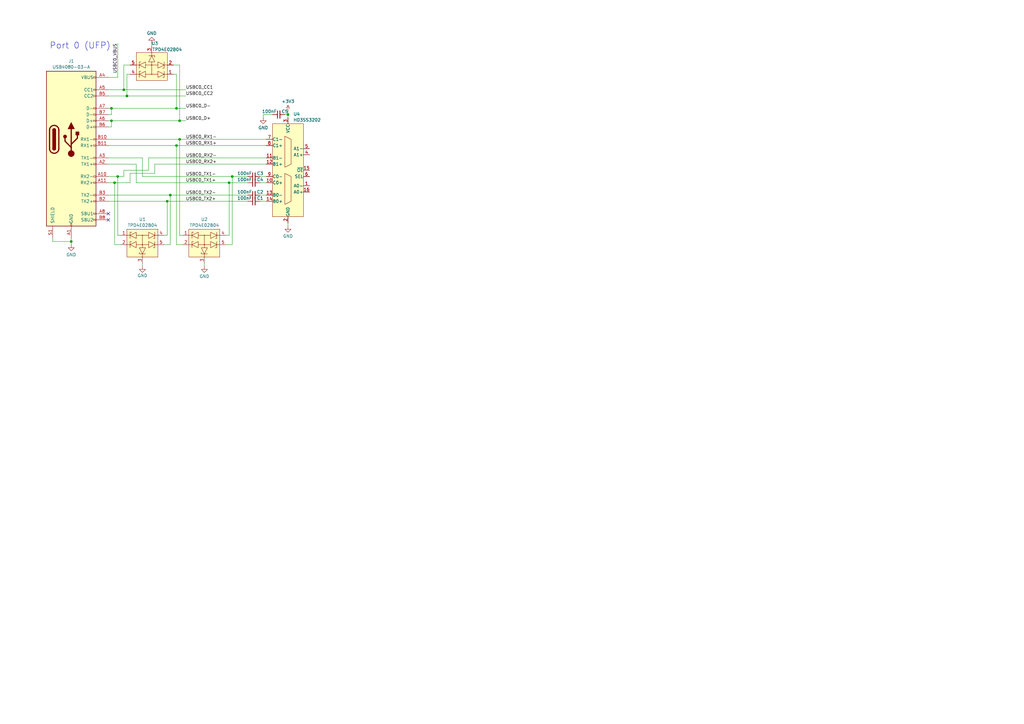
<source format=kicad_sch>
(kicad_sch (version 20230121) (generator eeschema)
  (paper "A3")
  (title_block (title "Ocean") (rev "0") (company "Artemis Tosini") (comment 1 "USB Type-C Desktop Hub"))
  (lib_symbols
    (symbol "Connector:USB_C_Receptacle" (pin_names (offset 1.016))
      (property "Reference" "J" (at -10.16 29.21 0))
      (property "Value" "USB_C_Receptacle" (at 10.16 29.21 0))
      (symbol "USB_C_Receptacle_0_0"
        (rectangle (start -0.254 -35.56) (end 0.254 -34.544))
        (rectangle (start 10.16 -32.766) (end 9.144 -33.274))
        (rectangle (start 10.16 -30.226) (end 9.144 -30.734))
        (rectangle (start 10.16 -25.146) (end 9.144 -25.654))
        (rectangle (start 10.16 -22.606) (end 9.144 -23.114))
        (rectangle (start 10.16 -17.526) (end 9.144 -18.034))
        (rectangle (start 10.16 -14.986) (end 9.144 -15.494))
        (rectangle (start 10.16 -9.906) (end 9.144 -10.414))
        (rectangle (start 10.16 -7.366) (end 9.144 -7.874))
        (rectangle (start 10.16 -2.286) (end 9.144 -2.794))
        (rectangle (start 10.16 0.254) (end 9.144 -0.254))
        (rectangle (start 10.16 5.334) (end 9.144 4.826))
        (rectangle (start 10.16 7.874) (end 9.144 7.366))
        (rectangle (start 10.16 10.414) (end 9.144 9.906))
        (rectangle (start 10.16 12.954) (end 9.144 12.446))
        (rectangle (start 10.16 18.034) (end 9.144 17.526))
        (rectangle (start 10.16 20.574) (end 9.144 20.066))
        (rectangle (start 10.16 25.654) (end 9.144 25.146))
      )
      (symbol "USB_C_Receptacle_0_1"
        (rectangle (start -10.16 27.94) (end 10.16 -35.56) (stroke (width 0.254)) (fill (type background)))
        (arc (start -8.89 -3.81) (mid -6.985 -5.7067) (end -5.08 -3.81) (stroke (width 0.508)))
        (arc (start -7.62 -3.81) (mid -6.985 -4.4423) (end -6.35 -3.81) (stroke (width 0.254)))
        (arc (start -7.62 -3.81) (mid -6.985 -4.4423) (end -6.35 -3.81) (stroke (width 0.254)) (fill (type outline)))
        (rectangle (start -7.62 -3.81) (end -6.35 3.81) (stroke (width 0.254)) (fill (type outline)))
        (arc (start -6.35 3.81) (mid -6.985 4.4423) (end -7.62 3.81) (stroke (width 0.254)))
        (arc (start -6.35 3.81) (mid -6.985 4.4423) (end -7.62 3.81) (stroke (width 0.254)) (fill (type outline)))
        (arc (start -5.08 3.81) (mid -6.985 5.7067) (end -8.89 3.81) (stroke (width 0.508)))
        (polyline (pts (xy -8.89 -3.81) (xy -8.89 3.81)) (stroke (width 0.508)))
        (polyline (pts (xy -5.08 3.81) (xy -5.08 -3.81)) (stroke (width 0.508)))
      )
      (symbol "USB_C_Receptacle_1_1"
        (circle (center -2.54 1.143) (radius 0.635) (stroke (width 0.254)) (fill (type outline)))
        (circle (center 0 -5.842) (radius 1.27) (fill (type outline)))
        (polyline (pts (xy 0 -5.842) (xy 0 4.318)) (stroke (width 0.508)))
        (polyline (pts (xy 0 -3.302) (xy -2.54 -0.762) (xy -2.54 0.508)) (stroke (width 0.508)))
        (polyline (pts (xy 0 -2.032) (xy 2.54 0.508) (xy 2.54 1.778)) (stroke (width 0.508)))
        (polyline (pts (xy -1.27 4.318) (xy 0 6.858) (xy 1.27 4.318) (xy -1.27 4.318)) (stroke (width 0.254)) (fill (type outline)))
        (rectangle (start 1.905 1.778) (end 3.175 3.048) (stroke (width 0.254)) (fill (type outline)))
        (pin passive line (at 0 -40.64 90) (length 5.08) (name "GND") (number "A1"))
        (pin bidirectional line (at 15.24 -15.24 180) (length 5.08) (name "RX2-") (number "A10"))
        (pin bidirectional line (at 15.24 -17.78 180) (length 5.08) (name "RX2+") (number "A11"))
        (pin passive line (at 0 -40.64 90) (length 5.08) hide (name "GND") (number "A12"))
        (pin bidirectional line (at 15.24 -10.16 180) (length 5.08) (name "TX1+") (number "A2"))
        (pin bidirectional line (at 15.24 -7.62 180) (length 5.08) (name "TX1-") (number "A3"))
        (pin passive line (at 15.24 25.4 180) (length 5.08) (name "VBUS") (number "A4"))
        (pin bidirectional line (at 15.24 20.32 180) (length 5.08) (name "CC1") (number "A5"))
        (pin bidirectional line (at 15.24 7.62 180) (length 5.08) (name "D+") (number "A6"))
        (pin bidirectional line (at 15.24 12.7 180) (length 5.08) (name "D-") (number "A7"))
        (pin bidirectional line (at 15.24 -30.48 180) (length 5.08) (name "SBU1") (number "A8"))
        (pin passive line (at 15.24 25.4 180) (length 5.08) hide (name "VBUS") (number "A9"))
        (pin passive line (at 0 -40.64 90) (length 5.08) hide (name "GND") (number "B1"))
        (pin bidirectional line (at 15.24 0 180) (length 5.08) (name "RX1-") (number "B10"))
        (pin bidirectional line (at 15.24 -2.54 180) (length 5.08) (name "RX1+") (number "B11"))
        (pin passive line (at 0 -40.64 90) (length 5.08) hide (name "GND") (number "B12"))
        (pin bidirectional line (at 15.24 -25.4 180) (length 5.08) (name "TX2+") (number "B2"))
        (pin bidirectional line (at 15.24 -22.86 180) (length 5.08) (name "TX2-") (number "B3"))
        (pin passive line (at 15.24 25.4 180) (length 5.08) hide (name "VBUS") (number "B4"))
        (pin bidirectional line (at 15.24 17.78 180) (length 5.08) (name "CC2") (number "B5"))
        (pin bidirectional line (at 15.24 5.08 180) (length 5.08) (name "D+") (number "B6"))
        (pin bidirectional line (at 15.24 10.16 180) (length 5.08) (name "D-") (number "B7"))
        (pin bidirectional line (at 15.24 -33.02 180) (length 5.08) (name "SBU2") (number "B8"))
        (pin passive line (at 15.24 25.4 180) (length 5.08) hide (name "VBUS") (number "B9"))
        (pin passive line (at -7.62 -40.64 90) (length 5.08) (name "SHIELD") (number "S1"))
      )
    )
    (symbol "Device:C_Small" (pin_numbers hide) (pin_names (offset 0.254) hide)
      (property "Reference" "C" (at 0.254 1.778 0))
      (property "Value" "C_Small" (at 0.254 -2.032 0))
      (symbol "C_Small_0_1"
        (polyline (pts (xy -1.524 -0.508) (xy 1.524 -0.508)) (stroke (width 0.3302)))
        (polyline (pts (xy -1.524 0.508) (xy 1.524 0.508)) (stroke (width 0.3048)))
      )
      (symbol "C_Small_1_1"
        (pin passive line (at 0 2.54 270) (length 2.032) (name "~") (number "1"))
        (pin passive line (at 0 -2.54 90) (length 2.032) (name "~") (number "2"))
      )
    )
    (symbol "ocean:HD3SS3202" (pin_names (offset 0.002))
      (property "Reference" "U" (at 1.27 22.86 0))
      (property "Value" "HD3SS3202" (at 6.35 20.32 0))
      (symbol "HD3SS3202_0_1"
        (polyline (pts (xy -1.27 -1.27) (xy -1.27 -13.97) (xy 1.27 -12.7) (xy 1.27 -2.54) (xy -1.27 -1.27)))
        (polyline (pts (xy -1.27 13.97) (xy -1.27 1.27) (xy 1.27 2.54) (xy 1.27 12.7) (xy -1.27 13.97)))
      )
      (symbol "HD3SS3202_1_1"
        (rectangle (start -6.35 19.05) (end 6.35 -19.05) (fill (type background)))
        (pin bidirectional line (at 8.89 -6.35 180) (length 2.54) (name "A0-") (number "1"))
        (pin bidirectional line (at -8.89 -5.08 0) (length 2.54) (name "C0+") (number "10"))
        (pin bidirectional line (at -8.89 5.08 0) (length 2.54) (name "B1-") (number "11"))
        (pin bidirectional line (at -8.89 2.54 0) (length 2.54) (name "B1+") (number "12"))
        (pin bidirectional line (at -8.89 -10.16 0) (length 2.54) (name "B0-") (number "13"))
        (pin bidirectional line (at -8.89 -12.7 0) (length 2.54) (name "B0+") (number "14"))
        (pin input line (at 8.89 0 180) (length 2.54) (name "~{OE}") (number "15"))
        (pin bidirectional line (at 8.89 -8.89 180) (length 2.54) (name "A0+") (number "16"))
        (pin power_in line (at 0 -21.59 90) (length 2.54) (name "GND") (number "2"))
        (pin power_in line (at 0 21.59 270) (length 2.54) (name "VCC") (number "3"))
        (pin bidirectional line (at 8.89 6.35 180) (length 2.54) (name "A1+") (number "4"))
        (pin bidirectional line (at 8.89 8.89 180) (length 2.54) (name "A1-") (number "5"))
        (pin input line (at 8.89 -2.54 180) (length 2.54) (name "SEL") (number "6"))
        (pin bidirectional line (at -8.89 12.7 0) (length 2.54) (name "C1-") (number "7"))
        (pin bidirectional line (at -8.89 10.16 0) (length 2.54) (name "C1+") (number "8"))
        (pin bidirectional line (at -8.89 -2.54 0) (length 2.54) (name "C0-") (number "9"))
      )
    )
    (symbol "ocean:TPD4E02B04" (pin_names hide)
      (property "Reference" "U" (at -5.08 6.35 0))
      (property "Value" "TPD4E02B04" (at 5.08 6.35 0))
      (symbol "TPD4E02B04_0_1"
        (circle (center 0 -1.27) (radius 0.127))
        (polyline (pts (xy -6.35 -1.27) (xy -5.08 -1.27)))
        (polyline (pts (xy -6.35 2.54) (xy -5.08 2.54)))
        (polyline (pts (xy 5.08 -1.27) (xy 6.35 -1.27)))
        (polyline (pts (xy 5.08 2.54) (xy 6.35 2.54)))
        (circle (center 0 2.54) (radius 0.127))
      )
      (symbol "TPD4E02B04_1_1"
        (rectangle (start -6.35 5.08) (end 6.35 -6.35) (fill (type background)))
        (polyline (pts (xy -2.54 -1.27) (xy 2.54 -1.27)))
        (polyline (pts (xy -2.54 2.54) (xy 2.54 2.54)))
        (polyline (pts (xy 0 -5.08) (xy 0 -6.35)))
        (polyline (pts (xy 0 2.54) (xy 0 -2.54)))
        (polyline (pts (xy -5.08 -2.54) (xy -5.08 0) (xy -4.445 0)))
        (polyline (pts (xy -5.08 1.27) (xy -5.08 3.81) (xy -4.445 3.81)))
        (polyline (pts (xy 1.27 -5.08) (xy -1.27 -5.08) (xy -1.27 -4.445)))
        (polyline (pts (xy 5.08 0) (xy 5.08 -2.54) (xy 4.445 -2.54)))
        (polyline (pts (xy 5.08 3.81) (xy 5.08 1.27) (xy 4.445 1.27)))
        (polyline (pts (xy -2.54 -2.54) (xy -2.54 0) (xy -5.08 -1.27) (xy -2.54 -2.54)))
        (polyline (pts (xy -2.54 1.27) (xy -2.54 3.81) (xy -5.08 2.54) (xy -2.54 1.27)))
        (polyline (pts (xy 1.27 -2.54) (xy -1.27 -2.54) (xy 0 -5.08) (xy 1.27 -2.54)))
        (polyline (pts (xy 2.54 0) (xy 2.54 -2.54) (xy 5.08 -1.27) (xy 2.54 0)))
        (polyline (pts (xy 2.54 3.81) (xy 2.54 1.27) (xy 5.08 2.54) (xy 2.54 3.81)))
        (pin passive line (at -8.89 2.54 0) (length 2.54) (name "CH1") (number "1"))
        (pin unspecified line (at -8.89 2.54 0) (length 2.54) hide (name "NC") (number "10"))
        (pin passive line (at -8.89 -1.27 0) (length 2.54) (name "CH2") (number "2"))
        (pin power_in line (at 0 -8.89 90) (length 2.54) (name "GND") (number "3"))
        (pin passive line (at 8.89 2.54 180) (length 2.54) (name "CH3") (number "4"))
        (pin passive line (at 8.89 -1.27 180) (length 2.54) (name "CH4") (number "5"))
        (pin unspecified line (at 8.89 -1.27 180) (length 2.54) hide (name "NC") (number "6"))
        (pin unspecified line (at 8.89 2.54 180) (length 2.54) hide (name "NC") (number "7"))
        (pin power_in line (at 0 -8.89 90) (length 2.54) hide (name "GND") (number "8"))
        (pin unspecified line (at -8.89 -1.27 0) (length 2.54) hide (name "NC") (number "9"))
      )
    )
    (symbol "power:+3V3" (power) (pin_names (offset 0))
      (property "Value" "+3V3" (at 0 3.556 0))
      (symbol "+3V3_0_1"
        (polyline (pts (xy -0.762 1.27) (xy 0 2.54)))
        (polyline (pts (xy 0 0) (xy 0 2.54)))
        (polyline (pts (xy 0 2.54) (xy 0.762 1.27)))
      )
      (symbol "+3V3_1_1"
        (pin power_in line (at 0 0 90) (length 0) hide (name "+3V3") (number "1"))
      )
    )
    (symbol "power:GND" (power) (pin_names (offset 0))
      (property "Value" "GND" (at 0 -3.81 0))
      (symbol "GND_0_1"
        (polyline (pts (xy 0 0) (xy 0 -1.27) (xy 1.27 -1.27) (xy 0 -2.54) (xy -1.27 -1.27) (xy 0 -1.27)))
      )
      (symbol "GND_1_1"
        (pin power_in line (at 0 0 270) (length 0) hide (name "GND") (number "1"))
      )
    )
  )
  (junction (at 52.07 39.37))
  (junction (at 73.66 49.53))
  (junction (at 118.11 46.99))
  (junction (at 45.72 44.45))
  (junction (at 72.39 44.45))
  (junction (at 73.66 57.15))
  (junction (at 93.98 74.93))
  (junction (at 45.72 49.53))
  (junction (at 48.26 72.39))
  (junction (at 95.25 72.39))
  (junction (at 29.21 99.06))
  (junction (at 69.85 80.01))
  (junction (at 50.8 36.83))
  (junction (at 46.99 74.93))
  (junction (at 68.58 82.55))
  (junction (at 72.39 59.69))
  (no_connect (at 44.45 87.63))
  (no_connect (at 44.45 90.17))
  (wire (pts (xy 44.45 39.37) (xy 52.07 39.37)))
  (wire (pts (xy 29.21 99.06) (xy 29.21 100.33)))
  (wire (pts (xy 45.72 44.45) (xy 72.39 44.45)))
  (wire (pts (xy 55.88 74.93) (xy 55.88 67.31)))
  (wire (pts (xy 74.93 96.52) (xy 73.66 96.52)))
  (wire (pts (xy 50.8 36.83) (xy 76.2 36.83)))
  (wire (pts (xy 69.85 80.01) (xy 101.6 80.01)))
  (wire (pts (xy 73.66 57.15) (xy 73.66 96.52)))
  (wire (pts (xy 63.5 71.12) (xy 63.5 67.31)))
  (wire (pts (xy 46.99 100.33) (xy 49.53 100.33)))
  (wire (pts (xy 44.45 64.77) (xy 58.42 64.77)))
  (wire (pts (xy 92.71 96.52) (xy 93.98 96.52)))
  (wire (pts (xy 44.45 36.83) (xy 50.8 36.83)))
  (wire (pts (xy 58.42 107.95) (xy 58.42 109.22)))
  (wire (pts (xy 44.45 52.07) (xy 45.72 52.07)))
  (wire (pts (xy 44.45 31.75) (xy 48.26 31.75)))
  (wire (pts (xy 73.66 49.53) (xy 76.2 49.53)))
  (wire (pts (xy 69.85 80.01) (xy 69.85 100.33)))
  (wire (pts (xy 48.26 72.39) (xy 50.8 72.39)))
  (wire (pts (xy 74.93 100.33) (xy 72.39 100.33)))
  (wire (pts (xy 95.25 72.39) (xy 95.25 100.33)))
  (wire (pts (xy 72.39 59.69) (xy 109.22 59.69)))
  (wire (pts (xy 44.45 44.45) (xy 45.72 44.45)))
  (wire (pts (xy 92.71 100.33) (xy 95.25 100.33)))
  (wire (pts (xy 73.66 26.67) (xy 73.66 49.53)))
  (wire (pts (xy 83.82 107.95) (xy 83.82 109.22)))
  (wire (pts (xy 50.8 26.67) (xy 50.8 36.83)))
  (wire (pts (xy 53.34 74.93) (xy 53.34 71.12)))
  (wire (pts (xy 107.95 46.99) (xy 111.76 46.99)))
  (wire (pts (xy 46.99 74.93) (xy 46.99 100.33)))
  (wire (pts (xy 118.11 91.44) (xy 118.11 92.71)))
  (wire (pts (xy 45.72 49.53) (xy 73.66 49.53)))
  (wire (pts (xy 72.39 44.45) (xy 76.2 44.45)))
  (wire (pts (xy 71.12 26.67) (xy 73.66 26.67)))
  (wire (pts (xy 95.25 72.39) (xy 101.6 72.39)))
  (wire (pts (xy 62.23 19.05) (xy 62.23 17.78)))
  (wire (pts (xy 106.68 80.01) (xy 109.22 80.01)))
  (wire (pts (xy 53.34 26.67) (xy 50.8 26.67)))
  (wire (pts (xy 118.11 45.72) (xy 118.11 46.99)))
  (wire (pts (xy 118.11 46.99) (xy 118.11 48.26)))
  (wire (pts (xy 29.21 99.06) (xy 29.21 97.79)))
  (wire (pts (xy 44.45 72.39) (xy 48.26 72.39)))
  (wire (pts (xy 55.88 74.93) (xy 93.98 74.93)))
  (wire (pts (xy 48.26 72.39) (xy 48.26 96.52)))
  (wire (pts (xy 58.42 64.77) (xy 58.42 72.39)))
  (wire (pts (xy 55.88 67.31) (xy 44.45 67.31)))
  (wire (pts (xy 50.8 72.39) (xy 50.8 69.85)))
  (wire (pts (xy 63.5 67.31) (xy 109.22 67.31)))
  (wire (pts (xy 106.68 72.39) (xy 109.22 72.39)))
  (wire (pts (xy 116.84 46.99) (xy 118.11 46.99)))
  (wire (pts (xy 71.12 30.48) (xy 72.39 30.48)))
  (wire (pts (xy 48.26 31.75) (xy 48.26 17.78)))
  (wire (pts (xy 53.34 71.12) (xy 63.5 71.12)))
  (wire (pts (xy 58.42 72.39) (xy 95.25 72.39)))
  (wire (pts (xy 46.99 74.93) (xy 53.34 74.93)))
  (wire (pts (xy 45.72 44.45) (xy 45.72 46.99)))
  (wire (pts (xy 45.72 46.99) (xy 44.45 46.99)))
  (wire (pts (xy 48.26 96.52) (xy 49.53 96.52)))
  (wire (pts (xy 52.07 39.37) (xy 76.2 39.37)))
  (wire (pts (xy 93.98 74.93) (xy 93.98 96.52)))
  (wire (pts (xy 53.34 30.48) (xy 52.07 30.48)))
  (wire (pts (xy 68.58 82.55) (xy 68.58 96.52)))
  (wire (pts (xy 44.45 49.53) (xy 45.72 49.53)))
  (wire (pts (xy 44.45 74.93) (xy 46.99 74.93)))
  (wire (pts (xy 106.68 82.55) (xy 109.22 82.55)))
  (wire (pts (xy 44.45 57.15) (xy 73.66 57.15)))
  (wire (pts (xy 93.98 74.93) (xy 101.6 74.93)))
  (wire (pts (xy 73.66 57.15) (xy 109.22 57.15)))
  (wire (pts (xy 60.96 69.85) (xy 60.96 64.77)))
  (wire (pts (xy 67.31 100.33) (xy 69.85 100.33)))
  (wire (pts (xy 44.45 80.01) (xy 69.85 80.01)))
  (wire (pts (xy 107.95 48.26) (xy 107.95 46.99)))
  (wire (pts (xy 44.45 82.55) (xy 68.58 82.55)))
  (wire (pts (xy 68.58 82.55) (xy 101.6 82.55)))
  (wire (pts (xy 45.72 52.07) (xy 45.72 49.53)))
  (wire (pts (xy 21.59 99.06) (xy 29.21 99.06)))
  (wire (pts (xy 72.39 30.48) (xy 72.39 44.45)))
  (wire (pts (xy 50.8 69.85) (xy 60.96 69.85)))
  (wire (pts (xy 60.96 64.77) (xy 109.22 64.77)))
  (wire (pts (xy 72.39 59.69) (xy 72.39 100.33)))
  (wire (pts (xy 44.45 59.69) (xy 72.39 59.69)))
  (wire (pts (xy 21.59 97.79) (xy 21.59 99.06)))
  (wire (pts (xy 52.07 30.48) (xy 52.07 39.37)))
  (wire (pts (xy 67.31 96.52) (xy 68.58 96.52)))
  (wire (pts (xy 106.68 74.93) (xy 109.22 74.93)))
  (text "Port 0 (UFP)" (at 20.32 20.32 0) (effects (font (size 2.54 2.54)) (justify left bottom)))
  (label "USBC0_RX2-" (at 76.2 64.77 0))
  (label "USBC0_D+" (at 76.2 49.53 0))
  (label "USBC0_TX2-" (at 76.2 80.01 0))
  (label "USBC0_RX1-" (at 76.2 57.15 0))
  (label "USBC0_TX2+" (at 76.2 82.55 0))
  (label "USBC0_TX1+" (at 76.2 74.93 0))
  (label "USBC0_CC2" (at 76.2 39.37 0))
  (label "USBC0_CC1" (at 76.2 36.83 0))
  (label "USBC0_TX1-" (at 76.2 72.39 0))
  (label "USBC0_RX1+" (at 76.2 59.69 0))
  (label "USBC0_D-" (at 76.2 44.45 0))
  (label "USBC0_VBUS" (at 48.26 17.78 270))
  (label "USBC0_RX2+" (at 76.2 67.31 0))
  (symbol (lib_id "power:GND") (at 29.21 100.33 0) (unit 1)
    (property "Reference" "#PWR01" (effects hide))
    (property "Value" "GND" (at 29.21 104.4631 0))
  )
  (symbol (lib_id "Device:C_Small") (at 114.3 46.99 90) (unit 1)
    (property "Reference" "C5" (at 116.84 45.72 90))
    (property "Value" "100nF" (at 110.49 45.72 90))
    (property "Footprint" "Capacitor_SMD:C_0402_1005Metric" (effects hide))
  )
  (symbol (lib_id "power:+3V3") (at 118.11 45.72 0) (unit 1)
    (property "Reference" "#PWR06" (effects hide))
    (property "Value" "+3V3" (at 118.11 41.5869 0))
  )
  (symbol (lib_id "Device:C_Small") (at 104.14 72.39 90) (unit 1)
    (property "Reference" "C3" (at 106.68 71.12 90))
    (property "Value" "100nF" (at 100.33 71.12 90))
    (property "Footprint" "Capacitor_SMD:C_0402_1005Metric" (effects hide))
  )
  (symbol (lib_id "power:GND") (at 83.82 109.22 0) (unit 1)
    (property "Reference" "#PWR03" (effects hide))
    (property "Value" "GND" (at 83.82 113.3531 0))
  )
  (symbol (lib_id "ocean:TPD4E02B04") (at 62.23 27.94 180) (unit 1)
    (property "Reference" "U3" (at 63.5 17.78 0))
    (property "Value" "TPD4E02B04" (at 68.58 20.32 0))
    (property "Footprint" "Package_SON:USON-10_2.5x1.0mm_P0.5mm" (effects hide))
    (property "Datasheet" "https://www.ti.com/lit/ds/symlink/tpd4e02b04.pdf" (effects hide))
  )
  (symbol (lib_id "ocean:HD3SS3202") (at 118.11 69.85 0) (unit 1)
    (property "Reference" "U4" (at 120.3041 46.7827 0) (effects (justify left)))
    (property "Value" "HD3SS3202" (at 120.3041 49.2069 0) (effects (justify left)))
    (property "Footprint" "Ocean:Texas_UQFN-16_1.8x2.6mm_P0.4mm" (effects hide))
    (property "Datasheet" "https://www.ti.com/lit/ds/symlink/hd3ss3202.pdf" (effects hide))
  )
  (symbol (lib_id "Device:C_Small") (at 104.14 74.93 90) (unit 1)
    (property "Reference" "C4" (at 106.68 73.66 90))
    (property "Value" "100nF" (at 100.33 73.66 90))
    (property "Footprint" "Capacitor_SMD:C_0402_1005Metric" (effects hide))
  )
  (symbol (lib_id "power:GND") (at 58.42 109.22 0) (unit 1)
    (property "Reference" "#PWR02" (effects hide))
    (property "Value" "GND" (at 58.42 113.03 0))
  )
  (symbol (lib_id "ocean:TPD4E02B04") (at 58.42 99.06 0) (unit 1)
    (property "Reference" "U1" (at 58.42 89.9627 0))
    (property "Value" "TPD4E02B04" (at 58.42 92.3869 0))
    (property "Footprint" "Package_SON:USON-10_2.5x1.0mm_P0.5mm" (effects hide))
    (property "Datasheet" "https://www.ti.com/lit/ds/symlink/tpd4e02b04.pdf" (effects hide))
  )
  (symbol (lib_id "power:GND") (at 118.11 92.71 0) (unit 1)
    (property "Reference" "#PWR05" (effects hide))
    (property "Value" "GND" (at 118.11 96.8431 0))
  )
  (symbol (lib_id "power:GND") (at 62.23 17.78 180) (unit 1)
    (property "Reference" "#PWR04" (effects hide))
    (property "Value" "GND" (at 62.23 13.6469 0))
  )
  (symbol (lib_id "Device:C_Small") (at 104.14 80.01 90) (unit 1)
    (property "Reference" "C2" (at 106.68 78.74 90))
    (property "Value" "100nF" (at 100.33 78.74 90))
    (property "Footprint" "Capacitor_SMD:C_0402_1005Metric" (effects hide))
  )
  (symbol (lib_id "power:GND") (at 107.95 48.26 0) (unit 1)
    (property "Reference" "#PWR07" (effects hide))
    (property "Value" "GND" (at 107.95 52.3931 0))
  )
  (symbol (lib_id "Device:C_Small") (at 104.14 82.55 90) (unit 1)
    (property "Reference" "C1" (at 106.68 81.28 90))
    (property "Value" "100nF" (at 100.33 81.28 90))
    (property "Footprint" "Capacitor_SMD:C_0402_1005Metric" (effects hide))
  )
  (symbol (lib_id "Connector:USB_C_Receptacle") (at 29.21 57.15 0) (unit 1)
    (property "Reference" "J1" (at 29.21 25.0657 0))
    (property "Value" "USB4080-03-A" (at 29.21 27.4899 0))
    (property "Footprint" "Ocean:USB_C_Receptacle_GCT_USB4080" (effects hide))
    (property "Datasheet" "https://www.usb.org/sites/default/files/documents/usb_type-c.zip" (effects hide))
  )
  (symbol (lib_id "ocean:TPD4E02B04") (at 83.82 99.06 0) (unit 1)
    (property "Reference" "U2" (at 83.82 89.9627 0))
    (property "Value" "TPD4E02B04" (at 83.82 92.3869 0))
    (property "Footprint" "Package_SON:USON-10_2.5x1.0mm_P0.5mm" (effects hide))
    (property "Datasheet" "https://www.ti.com/lit/ds/symlink/tpd4e02b04.pdf" (effects hide))
  )
)
</source>
